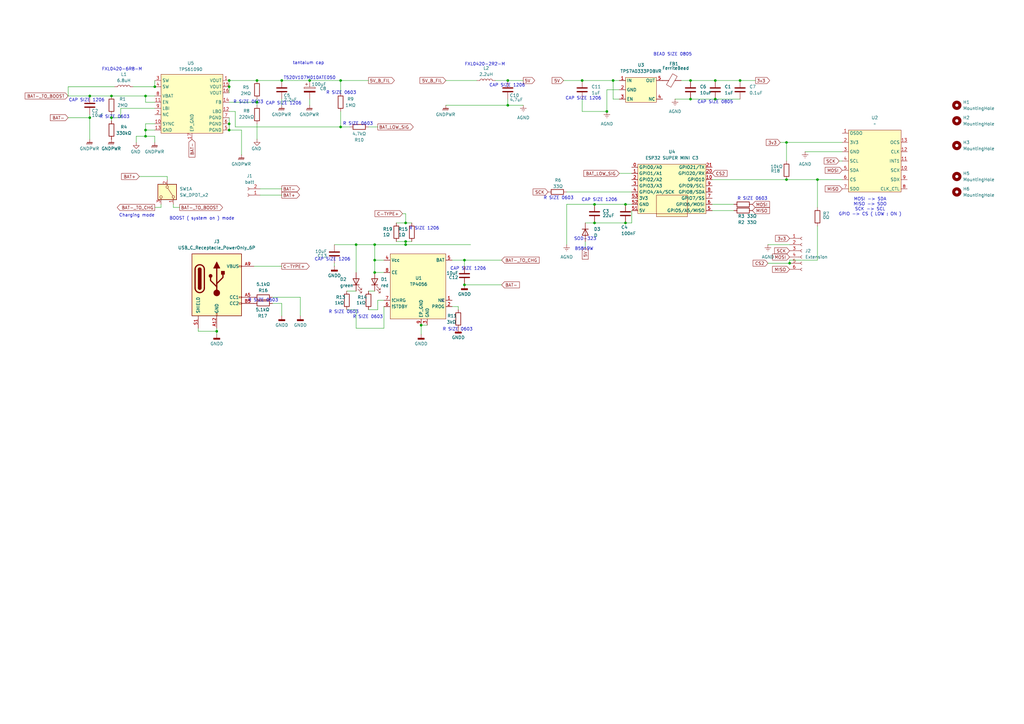
<source format=kicad_sch>
(kicad_sch (version 20250114) (generator "eeschema") (generator_version "9.0")
  (paper "A3")
  (lib_symbols
    (symbol "Connector:Conn_01x02_Socket" (pin_names (offset 1.016) (hide yes))
      (property "Reference" "J" (at 0 2.54 0))
      (property "Value" "Conn_01x02_Socket" (at 0 -5.08 0))
      (symbol "Conn_01x02_Socket_1_1"
        (pin passive line (at -5.08 0 0) (length 3.81) (name "Pin_1") (number "1"))
        (pin passive line (at -5.08 -2.54 0) (length 3.81) (name "Pin_2") (number "2"))
      )
    )
    (symbol "Connector:Conn_01x06_Socket" (pin_names (offset 1.016) (hide yes))
      (property "Reference" "J" (at 0 7.62 0))
      (property "Value" "Conn_01x06_Socket" (at 0 -10.16 0))
      (symbol "Conn_01x06_Socket_1_1"
        (pin passive line (at -5.08 5.08 0) (length 3.81) (name "Pin_1") (number "1"))
        (pin passive line (at -5.08 2.54 0) (length 3.81) (name "Pin_2") (number "2"))
        (pin passive line (at -5.08 0 0) (length 3.81) (name "Pin_3") (number "3"))
        (pin passive line (at -5.08 -2.54 0) (length 3.81) (name "Pin_4") (number "4"))
        (pin passive line (at -5.08 -5.08 0) (length 3.81) (name "Pin_5") (number "5"))
        (pin passive line (at -5.08 -7.62 0) (length 3.81) (name "Pin_6") (number "6"))
      )
    )
    (symbol "Connector:USB_C_Receptacle_PowerOnly_6P" (pin_names (offset 1.016))
      (property "Reference" "J" (at 0 16.51 0))
      (property "Value" "USB_C_Receptacle_PowerOnly_6P" (at 0 13.97 0))
      (symbol "USB_C_Receptacle_PowerOnly_6P_1_1"
        (pin passive line (at -7.62 -17.78 90) (length 5.08) (name "SHIELD") (number "S1"))
        (pin passive line (at 0 -17.78 90) (length 5.08) (name "GND") (number "A12"))
        (pin passive line (at 0 -17.78 90) (length 5.08) (hide yes) (name "GND") (number "B12"))
        (pin passive line (at 15.24 7.62 180) (length 5.08) (name "VBUS") (number "A9"))
        (pin passive line (at 15.24 7.62 180) (length 5.08) (hide yes) (name "VBUS") (number "B9"))
        (pin bidirectional line (at 15.24 -5.08 180) (length 5.08) (name "CC1") (number "A5"))
        (pin bidirectional line (at 15.24 -7.62 180) (length 5.08) (name "CC2") (number "B5"))
      )
    )
    (symbol "Device:C" (pin_numbers (hide yes)) (pin_names (offset 0.254))
      (property "Reference" "C" (at 0.635 2.54 0))
      (property "Value" "C" (at 0.635 -2.54 0))
      (symbol "C_1_1"
        (pin passive line (at 0 3.81 270) (length 2.794) (name "~") (number "1"))
        (pin passive line (at 0 -3.81 90) (length 2.794) (name "~") (number "2"))
      )
    )
    (symbol "Device:C_Polarized" (pin_numbers (hide yes)) (pin_names (offset 0.254))
      (property "Reference" "C" (at 0.635 2.54 0))
      (property "Value" "C_Polarized" (at 0.635 -2.54 0))
      (symbol "C_Polarized_1_1"
        (pin passive line (at 0 3.81 270) (length 2.794) (name "~") (number "1"))
        (pin passive line (at 0 -3.81 90) (length 2.794) (name "~") (number "2"))
      )
    )
    (symbol "Device:D" (pin_numbers (hide yes)) (pin_names (offset 1.016) (hide yes))
      (property "Reference" "D" (at 0 2.54 0))
      (property "Value" "D" (at 0 -2.54 0))
      (symbol "D_1_1"
        (pin passive line (at -3.81 0 0) (length 2.54) (name "K") (number "1"))
        (pin passive line (at 3.81 0 180) (length 2.54) (name "A") (number "2"))
      )
    )
    (symbol "Device:FerriteBead" (pin_numbers (hide yes)) (pin_names (offset 0))
      (property "Reference" "FB" (at -3.81 0.635 90))
      (property "Value" "FerriteBead" (at 3.81 0 90))
      (symbol "FerriteBead_1_1"
        (pin passive line (at 0 3.81 270) (length 2.54) (name "~") (number "1"))
        (pin passive line (at 0 -3.81 90) (length 2.54) (name "~") (number "2"))
      )
    )
    (symbol "Device:L" (pin_numbers (hide yes)) (pin_names (offset 1.016) (hide yes))
      (property "Reference" "L" (at -1.27 0 90))
      (property "Value" "L" (at 1.905 0 90))
      (symbol "L_1_1"
        (pin passive line (at 0 3.81 270) (length 1.27) (name "1") (number "1"))
        (pin passive line (at 0 -3.81 90) (length 1.27) (name "2") (number "2"))
      )
    )
    (symbol "Device:LED" (pin_numbers (hide yes)) (pin_names (offset 1.016) (hide yes))
      (property "Reference" "D" (at 0 2.54 0))
      (property "Value" "LED" (at 0 -2.54 0))
      (symbol "LED_1_1"
        (pin passive line (at -3.81 0 0) (length 2.54) (name "K") (number "1"))
        (pin passive line (at 3.81 0 180) (length 2.54) (name "A") (number "2"))
      )
    )
    (symbol "Device:R" (pin_numbers (hide yes)) (pin_names (offset 0))
      (property "Reference" "R" (at 2.032 0 90))
      (property "Value" "R" (at 0 0 90))
      (symbol "R_1_1"
        (pin passive line (at 0 3.81 270) (length 1.27) (name "~") (number "1"))
        (pin passive line (at 0 -3.81 90) (length 1.27) (name "~") (number "2"))
      )
    )
    (symbol "Mechanical:MountingHole" (pin_names (offset 1.016)) (in_bom no)
      (property "Reference" "H" (at 0 5.08 0))
      (property "Value" "MountingHole" (at 0 3.175 0))
    )
    (symbol "Switch:SW_DPDT_x2" (pin_names (offset 0) (hide yes))
      (property "Reference" "SW" (at 0 5.08 0))
      (property "Value" "SW_DPDT_x2" (at 0 -5.08 0))
      (symbol "SW_DPDT_x2_1_1"
        (pin passive line (at -5.08 0 0) (length 2.54) (name "B") (number "2"))
        (pin passive line (at 5.08 2.54 180) (length 2.54) (name "A") (number "1"))
        (pin passive line (at 5.08 -2.54 180) (length 2.54) (name "C") (number "3"))
      )
      (symbol "SW_DPDT_x2_2_1"
        (pin passive line (at -5.08 0 0) (length 2.54) (name "B") (number "5"))
        (pin passive line (at 5.08 2.54 180) (length 2.54) (name "A") (number "4"))
        (pin passive line (at 5.08 -2.54 180) (length 2.54) (name "C") (number "6"))
      )
    )
    (symbol "power:GND" (power) (pin_numbers (hide yes)) (pin_names (offset 0) (hide yes))
      (property "Value" "GND" (at 0 -3.81 0))
      (symbol "GND_1_1"
        (pin power_in line (at 0 0 270) (length 0) (name "~") (number "1"))
      )
    )
    (symbol "power:GNDD" (power) (pin_numbers (hide yes)) (pin_names (offset 0) (hide yes))
      (property "Value" "GNDD" (at 0 -3.175 0))
      (symbol "GNDD_1_1"
        (pin power_in line (at 0 0 270) (length 0) (name "~") (number "1"))
      )
    )
    (symbol "power:GNDPWR" (power) (pin_numbers (hide yes)) (pin_names (offset 0) (hide yes))
      (property "Value" "GNDPWR" (at 0 -3.302 0))
      (symbol "GNDPWR_1_1"
        (pin power_in line (at 0 0 270) (length 0) (name "~") (number "1"))
      )
    )
    (symbol "power:GNDREF" (power) (pin_numbers (hide yes)) (pin_names (offset 0) (hide yes))
      (property "Value" "GNDREF" (at 0 -3.81 0))
      (symbol "GNDREF_1_1"
        (pin power_in line (at 0 0 270) (length 0) (name "~") (number "1"))
      )
    )
    (symbol "slimess:ESP-32_C3_SUPER_MINI"
      (property "Reference" "U4" (at 0 -27.94 0))
      (property "Value" "~" (at 0 -25.4 0))
      (symbol "ESP-32_C3_SUPER_MINI_1_1"
        (pin input line (at -16.51 -3.81 0) (length 2.54) (name "GPIO5/A5/MISO") (number "5"))
        (pin input line (at -16.51 -6.35 0) (length 2.54) (name "GPIO6/MOSI") (number "6"))
        (pin input line (at -16.51 -8.89 0) (length 2.54) (name "GPIO7/SS") (number "7"))
        (pin input line (at -16.51 -11.43 0) (length 2.54) (name "GPIO8/SDA") (number "8"))
        (pin input line (at -16.51 -13.97 0) (length 2.54) (name "GPIO9/SCL") (number "9"))
        (pin input line (at -16.51 -16.51 0) (length 2.54) (name "GPIO10") (number "10"))
        (pin input line (at -16.51 -19.05 0) (length 2.54) (name "GPIO20/RX") (number "20"))
        (pin input line (at -16.51 -21.59 0) (length 2.54) (name "GPIO21/TX") (number "21"))
        (pin input line (at 16.51 -3.81 180) (length 2.54) (name "5V") (number "51"))
        (pin input line (at 16.51 -6.35 180) (length 2.54) (name "GND") (number "52"))
        (pin input line (at 16.51 -8.89 180) (length 2.54) (name "3V3") (number "53"))
        (pin input line (at 16.51 -11.43 180) (length 2.54) (name "GPIO4/A4/SCK") (number "4"))
        (pin input line (at 16.51 -13.97 180) (length 2.54) (name "GPIO3/A3") (number "3"))
        (pin input line (at 16.51 -16.51 180) (length 2.54) (name "GPIO2/A2") (number "2"))
        (pin input line (at 16.51 -19.05 180) (length 2.54) (name "GPIO1/A1") (number "1"))
        (pin input line (at 16.51 -21.59 180) (length 2.54) (name "GPIO0/A0") (number "0"))
      )
    )
    (symbol "slimess:IMU"
      (property "Reference" "U" (at 0 0 0))
      (symbol "IMU_1_1"
        (pin input line (at -12.7 -2.54 0) (length 2.54) (name "OSDO") (number "1"))
        (pin input line (at -12.7 -6.35 0) (length 2.54) (name "3V3") (number "2"))
        (pin input line (at -12.7 -10.16 0) (length 2.54) (name "GND") (number "3"))
        (pin input line (at -12.7 -13.97 0) (length 2.54) (name "SCL") (number "4"))
        (pin input line (at -12.7 -17.78 0) (length 2.54) (name "SDA") (number "5"))
        (pin input line (at -12.7 -21.59 0) (length 2.54) (name "CS") (number "6"))
        (pin input line (at -12.7 -25.4 0) (length 2.54) (name "SDO") (number "7"))
        (pin input line (at 13.97 -6.35 180) (length 2.54) (name "OCS") (number "13"))
        (pin input line (at 13.97 -10.16 180) (length 2.54) (name "CLK") (number "12"))
        (pin input line (at 13.97 -13.97 180) (length 2.54) (name "INT1") (number "11"))
        (pin input line (at 13.97 -17.78 180) (length 2.54) (name "SCX") (number "10"))
        (pin input line (at 13.97 -21.59 180) (length 2.54) (name "SDX") (number "9"))
        (pin input line (at 13.97 -25.4 180) (length 2.54) (name "CLK_CTL") (number "8"))
      )
    )
    (symbol "slimess:TP4056-42-ESOP8"
      (property "Reference" "U1" (at 0.254 -11.176 0))
      (property "Value" "TP4056" (at 0.254 -13.716 0))
      (symbol "TP4056-42-ESOP8_1_1"
        (pin input line (at -13.97 -3.81 0) (length 2.54) (name "Vcc") (number "4"))
        (pin input line (at -13.97 -8.89 0) (length 2.54) (name "CE") (number "8"))
        (pin input line (at -13.97 -20.32 0) (length 2.54) (name "!CHRG") (number "7"))
        (pin input line (at -13.97 -22.86 0) (length 2.54) (name "!STDBY") (number "6"))
        (pin input line (at 1.27 -30.48 90) (length 2.54) (name "EP_GND") (number "9"))
        (pin input line (at 3.81 -30.48 90) (length 2.54) (name "GND") (number "3"))
        (pin input line (at 13.97 -3.81 180) (length 2.54) (name "BAT") (number "5"))
        (pin input line (at 13.97 -20.32 180) (length 2.54) (name "NC") (number "1"))
        (pin input line (at 13.97 -22.86 180) (length 2.54) (name "PROG") (number "2"))
      )
    )
    (symbol "slimess:TPS61090"
      (property "Reference" "U5" (at -0.508 -9.398 0))
      (property "Value" "TPS61090" (at -0.508 -11.938 0))
      (symbol "TPS61090_1_1"
        (pin input line (at -15.24 -16.51 0) (length 2.54) (name "SW") (number "3"))
        (pin input line (at -15.24 -19.05 0) (length 2.54) (name "SW") (number "4"))
        (pin input line (at -15.24 -22.86 0) (length 2.54) (name "VBAT") (number "8"))
        (pin input line (at -15.24 -25.4 0) (length 2.54) (name "EN") (number "11"))
        (pin input line (at -15.24 -27.94 0) (length 2.54) (name "LBI") (number "9"))
        (pin input line (at -15.24 -30.48 0) (length 2.54) (name "NC") (number "2"))
        (pin input line (at -15.24 -34.29 0) (length 2.54) (name "SYNC") (number "10"))
        (pin input line (at -15.24 -36.83 0) (length 2.54) (name "GND") (number "13"))
        (pin input line (at 0 -40.64 90) (length 2.54) (name "EP_GND") (number "17"))
        (pin input line (at 15.24 -16.51 180) (length 2.54) (name "VOUT") (number "1"))
        (pin input line (at 15.24 -19.05 180) (length 2.54) (name "VOUT") (number "15"))
        (pin input line (at 15.24 -21.59 180) (length 2.54) (name "VOUT") (number "16"))
        (pin input line (at 15.24 -25.4 180) (length 2.54) (name "FB") (number "14"))
        (pin input line (at 15.24 -29.21 180) (length 2.54) (name "LBO") (number "12"))
        (pin input line (at 15.24 -31.75 180) (length 2.54) (name "PGND") (number "7"))
        (pin input line (at 15.24 -34.29 180) (length 2.54) (name "PGND") (number "6"))
        (pin input line (at 15.24 -36.83 180) (length 2.54) (name "PGND") (number "5"))
      )
    )
    (symbol "slimess:TPS7A0333PDBVR"
      (property "Reference" "U" (at 0 0 0))
      (symbol "TPS7A0333PDBVR_1_1"
        (pin input line (at -8.89 -2.54 0) (length 2.54) (name "IN") (number "1"))
        (pin input line (at -8.89 -6.35 0) (length 2.54) (name "GND") (number "2"))
        (pin input line (at -8.89 -10.16 0) (length 2.54) (name "EN") (number "3"))
        (pin input line (at 8.89 -2.54 180) (length 2.54) (name "OUT") (number "5"))
        (pin input line (at 8.89 -10.16 180) (length 2.54) (name "NC") (number "4"))
      )
    )
  )
  (text "R SIZE 0603\n" (at 150.876 130.048 0) (effects (font (size 1.27 1.27))))
  (text "CAP SIZE 1206\n\n" (at 239.268 41.402 0) (effects (font (size 1.27 1.27))))
  (text "R SIZE 1206\n\n\n" (at 173.99 95.758 0) (effects (font (size 1.27 1.27))))
  (text "R SIZE 0603\n" (at 139.954 38.1 0) (effects (font (size 1.27 1.27))))
  (text "BOOST ( system on ) mode\n\n" (at 82.804 90.678 0) (effects (font (size 1.27 1.27))))
  (text "R SIZE 0603\n" (at 229.108 81.28 0) (effects (font (size 1.27 1.27))))
  (text "R SIZE 0603\n" (at 101.854 41.91 0) (effects (font (size 1.27 1.27))))
  (text "CAP SIZE 1206\n\n" (at 116.332 43.434 0) (effects (font (size 1.27 1.27))))
  (text "R SIZE 0603\n" (at 46.99 48.006 0) (effects (font (size 1.27 1.27))))
  (text "CAP SIZE 1206\n\n" (at 136.398 107.442 0) (effects (font (size 1.27 1.27))))
  (text "CAP SIZE 1206\n\n" (at 192.024 111.252 0) (effects (font (size 1.27 1.27))))
  (text "FXL0420-2R2-M" (at 198.882 26.416 0) (effects (font (size 1.27 1.27))))
  (text "CAP SIZE 1206\n\n" (at 245.872 83.058 0) (effects (font (size 1.27 1.27))))
  (text "CAP SIZE 0805\n" (at 293.37 41.91 0) (effects (font (size 1.27 1.27))))
  (text "R SIZE 0603\n" (at 308.61 81.534 0) (effects (font (size 1.27 1.27))))
  (text "CAP SIZE 1206\n\n" (at 208.026 36.068 0) (effects (font (size 1.27 1.27))))
  (text "R SIZE 0603\n" (at 140.97 128.016 0) (effects (font (size 1.27 1.27))))
  (text "tantalum cap \n\n\nT520V107M010ATE050\n" (at 127 28.956 0) (effects (font (size 1.27 1.27))))
  (text "FXL0420-6R8-M\n" (at 50.038 28.448 0) (effects (font (size 1.27 1.27))))
  (text "R SIZE 0603\n" (at 107.95 123.19 0) (effects (font (size 1.27 1.27))))
  (text "SOD-323\n\nB5819W \n" (at 240.03 100.076 0) (effects (font (size 1.27 1.27))))
  (text "R SIZE 0603\n" (at 187.706 135.128 0) (effects (font (size 1.27 1.27))))
  (text "Charging mode\n\n" (at 56.134 89.408 0) (effects (font (size 1.27 1.27))))
  (text "BEAD SIZE 0805\n\n\n" (at 275.844 24.384 0) (effects (font (size 1.27 1.27))))
  (text "CAP SIZE 1206\n\n" (at 35.56 42.164 0) (effects (font (size 1.27 1.27))))
  (text "R SIZE 0603\n" (at 146.812 50.8 0) (effects (font (size 1.27 1.27))))
  (text "MOSI -> SDA\nMISO -> SDO\nSCK -> SCL\nGPIO -> CS ( LOW : ON )\n" (at 356.87 84.836 0) (effects (font (size 1.27 1.27))))
  (junction (at 166.37 100.33))
  (junction (at 153.67 111.76))
  (junction (at 45.72 39.37))
  (junction (at 36.83 48.26))
  (junction (at 248.92 45.72))
  (junction (at 243.84 83.82))
  (junction (at 166.37 99.06))
  (junction (at 93.98 53.34))
  (junction (at 172.72 133.35))
  (junction (at 283.21 40.64))
  (junction (at 190.5 116.84))
  (junction (at 59.69 55.88))
  (junction (at 93.98 33.02))
  (junction (at 238.76 33.02))
  (junction (at 139.7 52.07))
  (junction (at 59.69 53.34))
  (junction (at 146.05 100.33))
  (junction (at 293.37 40.64))
  (junction (at 153.67 100.33))
  (junction (at 251.46 33.02))
  (junction (at 323.85 107.95))
  (junction (at 190.5 106.68))
  (junction (at 115.57 33.02))
  (junction (at 322.58 73.66))
  (junction (at 256.54 91.44))
  (junction (at 303.53 33.02))
  (junction (at 93.98 35.56))
  (junction (at 139.7 33.02))
  (junction (at 208.28 33.02))
  (junction (at 243.84 91.44))
  (junction (at 45.72 48.26))
  (junction (at 322.58 58.42))
  (junction (at 283.21 33.02))
  (junction (at 105.41 33.02))
  (junction (at 153.67 106.68))
  (junction (at 256.54 83.82))
  (junction (at 88.9 135.89))
  (junction (at 335.28 73.66))
  (junction (at 105.41 41.91))
  (junction (at 36.83 39.37))
  (junction (at 127 33.02))
  (junction (at 63.5 35.56))
  (junction (at 59.69 39.37))
  (junction (at 93.98 50.8))
  (junction (at 208.28 43.18))
  (junction (at 166.37 91.44))
  (junction (at 293.37 33.02))
  (no_connect (at 181.61 123.19))
  (wire (pts (xy 105.41 40.64) (xy 105.41 41.91)))
  (wire (pts (xy 205.74 116.84) (xy 190.5 116.84)))
  (wire (pts (xy 292.1 83.82) (xy 300.99 83.82)))
  (wire (pts (xy 322.58 73.66) (xy 335.28 73.66)))
  (wire (pts (xy 59.69 55.88) (xy 63.5 55.88)))
  (wire (pts (xy 314.96 100.33) (xy 323.85 100.33)))
  (wire (pts (xy 279.4 33.02) (xy 283.21 33.02)))
  (wire (pts (xy 153.67 106.68) (xy 153.67 100.33)))
  (wire (pts (xy 93.98 50.8) (xy 93.98 53.34)))
  (wire (pts (xy 322.58 58.42) (xy 345.44 58.42)))
  (wire (pts (xy 344.17 66.04) (xy 345.44 66.04)))
  (wire (pts (xy 142.24 119.38) (xy 146.05 119.38)))
  (wire (pts (xy 45.72 48.26) (xy 45.72 49.53)))
  (wire (pts (xy 71.12 85.09) (xy 71.12 83.82)))
  (wire (pts (xy 96.52 52.07) (xy 139.7 52.07)))
  (wire (pts (xy 88.9 137.16) (xy 88.9 135.89)))
  (wire (pts (xy 36.83 46.99) (xy 36.83 48.26)))
  (wire (pts (xy 182.88 43.18) (xy 208.28 43.18)))
  (wire (pts (xy 93.98 45.72) (xy 96.52 45.72)))
  (wire (pts (xy 151.13 127) (xy 154.94 127)))
  (wire (pts (xy 157.48 111.76) (xy 153.67 111.76)))
  (wire (pts (xy 165.1 87.63) (xy 166.37 87.63)))
  (wire (pts (xy 63.5 33.02) (xy 63.5 35.56)))
  (wire (pts (xy 259.08 91.44) (xy 259.08 86.36)))
  (wire (pts (xy 232.41 78.74) (xy 259.08 78.74)))
  (wire (pts (xy 335.28 73.66) (xy 345.44 73.66)))
  (wire (pts (xy 232.41 83.82) (xy 243.84 83.82)))
  (wire (pts (xy 59.69 41.91) (xy 59.69 39.37)))
  (wire (pts (xy 251.46 33.02) (xy 251.46 40.64)))
  (wire (pts (xy 238.76 45.72) (xy 248.92 45.72)))
  (wire (pts (xy 208.28 40.64) (xy 208.28 43.18)))
  (wire (pts (xy 36.83 48.26) (xy 36.83 57.15)))
  (wire (pts (xy 153.67 100.33) (xy 166.37 100.33)))
  (wire (pts (xy 283.21 40.64) (xy 293.37 40.64)))
  (wire (pts (xy 203.2 33.02) (xy 208.28 33.02)))
  (wire (pts (xy 151.13 119.38) (xy 153.67 119.38)))
  (wire (pts (xy 293.37 33.02) (xy 303.53 33.02)))
  (wire (pts (xy 93.98 33.02) (xy 105.41 33.02)))
  (wire (pts (xy 314.96 107.95) (xy 323.85 107.95)))
  (wire (pts (xy 57.15 72.39) (xy 68.58 72.39)))
  (wire (pts (xy 248.92 36.83) (xy 254 36.83)))
  (wire (pts (xy 248.92 45.72) (xy 248.92 36.83)))
  (wire (pts (xy 166.37 100.33) (xy 193.04 100.33)))
  (wire (pts (xy 276.86 40.64) (xy 283.21 40.64)))
  (wire (pts (xy 139.7 45.72) (xy 139.7 52.07)))
  (wire (pts (xy 111.76 124.46) (xy 115.57 124.46)))
  (wire (pts (xy 93.98 53.34) (xy 99.06 53.34)))
  (wire (pts (xy 111.76 121.92) (xy 123.19 121.92)))
  (wire (pts (xy 146.05 100.33) (xy 153.67 100.33)))
  (wire (pts (xy 59.69 39.37) (xy 63.5 39.37)))
  (wire (pts (xy 168.91 99.06) (xy 166.37 99.06)))
  (wire (pts (xy 27.94 39.37) (xy 36.83 39.37)))
  (wire (pts (xy 115.57 124.46) (xy 115.57 129.54)))
  (wire (pts (xy 335.28 73.66) (xy 335.28 85.09)))
  (wire (pts (xy 151.13 52.07) (xy 154.94 52.07)))
  (wire (pts (xy 105.41 33.02) (xy 115.57 33.02)))
  (wire (pts (xy 127 33.02) (xy 139.7 33.02)))
  (wire (pts (xy 154.94 123.19) (xy 157.48 123.19)))
  (wire (pts (xy 63.5 41.91) (xy 59.69 41.91)))
  (wire (pts (xy 208.28 33.02) (xy 214.63 33.02)))
  (wire (pts (xy 243.84 91.44) (xy 256.54 91.44)))
  (wire (pts (xy 146.05 100.33) (xy 146.05 111.76)))
  (wire (pts (xy 137.16 109.22) (xy 137.16 107.95)))
  (wire (pts (xy 146.05 127) (xy 146.05 134.62)))
  (wire (pts (xy 240.03 91.44) (xy 243.84 91.44)))
  (wire (pts (xy 139.7 33.02) (xy 151.13 33.02)))
  (wire (pts (xy 187.96 127) (xy 187.96 125.73)))
  (wire (pts (xy 187.96 125.73) (xy 185.42 125.73)))
  (wire (pts (xy 303.53 33.02) (xy 309.88 33.02)))
  (wire (pts (xy 231.14 33.02) (xy 238.76 33.02)))
  (wire (pts (xy 335.28 106.68) (xy 323.85 106.68)))
  (wire (pts (xy 323.85 106.68) (xy 323.85 107.95)))
  (wire (pts (xy 256.54 83.82) (xy 259.08 83.82)))
  (wire (pts (xy 27.94 35.56) (xy 27.94 39.37)))
  (wire (pts (xy 81.28 134.62) (xy 81.28 135.89)))
  (wire (pts (xy 81.28 135.89) (xy 88.9 135.89)))
  (wire (pts (xy 335.28 92.71) (xy 335.28 106.68)))
  (wire (pts (xy 54.61 35.56) (xy 63.5 35.56)))
  (wire (pts (xy 63.5 50.8) (xy 59.69 50.8)))
  (wire (pts (xy 185.42 106.68) (xy 190.5 106.68)))
  (wire (pts (xy 59.69 50.8) (xy 59.69 53.34)))
  (wire (pts (xy 36.83 39.37) (xy 45.72 39.37)))
  (wire (pts (xy 63.5 85.09) (xy 66.04 85.09)))
  (wire (pts (xy 93.98 41.91) (xy 105.41 41.91)))
  (wire (pts (xy 162.56 91.44) (xy 166.37 91.44)))
  (wire (pts (xy 292.1 73.66) (xy 322.58 73.66)))
  (wire (pts (xy 123.19 121.92) (xy 123.19 129.54)))
  (wire (pts (xy 166.37 87.63) (xy 166.37 91.44)))
  (wire (pts (xy 55.88 58.42) (xy 55.88 55.88)))
  (wire (pts (xy 243.84 83.82) (xy 256.54 83.82)))
  (wire (pts (xy 254 33.02) (xy 251.46 33.02)))
  (wire (pts (xy 27.94 48.26) (xy 36.83 48.26)))
  (wire (pts (xy 153.67 111.76) (xy 153.67 106.68)))
  (wire (pts (xy 45.72 39.37) (xy 59.69 39.37)))
  (wire (pts (xy 115.57 43.18) (xy 115.57 40.64)))
  (wire (pts (xy 115.57 109.22) (xy 104.14 109.22)))
  (wire (pts (xy 139.7 52.07) (xy 143.51 52.07)))
  (wire (pts (xy 63.5 55.88) (xy 63.5 58.42)))
  (wire (pts (xy 283.21 33.02) (xy 293.37 33.02)))
  (wire (pts (xy 190.5 106.68) (xy 205.74 106.68)))
  (wire (pts (xy 157.48 134.62) (xy 157.48 125.73)))
  (wire (pts (xy 45.72 48.26) (xy 45.72 46.99)))
  (wire (pts (xy 240.03 101.6) (xy 240.03 99.06)))
  (wire (pts (xy 232.41 100.33) (xy 232.41 83.82)))
  (wire (pts (xy 115.57 77.47) (xy 106.68 77.47)))
  (wire (pts (xy 99.06 63.5) (xy 99.06 53.34)))
  (wire (pts (xy 208.28 43.18) (xy 214.63 43.18)))
  (wire (pts (xy 63.5 44.45) (xy 49.53 44.45)))
  (wire (pts (xy 251.46 40.64) (xy 254 40.64)))
  (wire (pts (xy 292.1 86.36) (xy 300.99 86.36)))
  (wire (pts (xy 166.37 99.06) (xy 166.37 100.33)))
  (wire (pts (xy 49.53 44.45) (xy 49.53 48.26)))
  (wire (pts (xy 93.98 35.56) (xy 93.98 38.1)))
  (wire (pts (xy 96.52 45.72) (xy 96.52 52.07)))
  (wire (pts (xy 137.16 100.33) (xy 146.05 100.33)))
  (wire (pts (xy 105.41 50.8) (xy 105.41 57.15)))
  (wire (pts (xy 73.66 85.09) (xy 71.12 85.09)))
  (wire (pts (xy 63.5 53.34) (xy 59.69 53.34)))
  (wire (pts (xy 49.53 48.26) (xy 45.72 48.26)))
  (wire (pts (xy 256.54 91.44) (xy 259.08 91.44)))
  (wire (pts (xy 320.04 58.42) (xy 322.58 58.42)))
  (wire (pts (xy 293.37 40.64) (xy 303.53 40.64)))
  (wire (pts (xy 254 71.12) (xy 259.08 71.12)))
  (wire (pts (xy 168.91 91.44) (xy 166.37 91.44)))
  (wire (pts (xy 115.57 80.01) (xy 106.68 80.01)))
  (wire (pts (xy 66.04 85.09) (xy 66.04 83.82)))
  (wire (pts (xy 68.58 72.39) (xy 68.58 73.66)))
  (wire (pts (xy 139.7 33.02) (xy 139.7 38.1)))
  (wire (pts (xy 146.05 134.62) (xy 157.48 134.62)))
  (wire (pts (xy 142.24 127) (xy 146.05 127)))
  (wire (pts (xy 59.69 53.34) (xy 59.69 55.88)))
  (wire (pts (xy 238.76 33.02) (xy 251.46 33.02)))
  (wire (pts (xy 46.99 35.56) (xy 27.94 35.56)))
  (wire (pts (xy 105.41 41.91) (xy 105.41 43.18)))
  (wire (pts (xy 190.5 109.22) (xy 190.5 106.68)))
  (wire (pts (xy 93.98 48.26) (xy 93.98 50.8)))
  (wire (pts (xy 330.2 62.23) (xy 345.44 62.23)))
  (wire (pts (xy 88.9 135.89) (xy 88.9 134.62)))
  (wire (pts (xy 115.57 33.02) (xy 127 33.02)))
  (wire (pts (xy 154.94 127) (xy 154.94 123.19)))
  (wire (pts (xy 157.48 106.68) (xy 153.67 106.68)))
  (wire (pts (xy 182.88 33.02) (xy 195.58 33.02)))
  (wire (pts (xy 322.58 58.42) (xy 322.58 66.04)))
  (wire (pts (xy 127 43.18) (xy 127 40.64)))
  (wire (pts (xy 238.76 40.64) (xy 238.76 45.72)))
  (wire (pts (xy 162.56 99.06) (xy 166.37 99.06)))
  (wire (pts (xy 55.88 55.88) (xy 59.69 55.88)))
  (wire (pts (xy 93.98 33.02) (xy 93.98 35.56)))
  (wire (pts (xy 172.72 133.35) (xy 175.26 133.35)))
  (wire (pts (xy 172.72 137.16) (xy 172.72 133.35)))
  (global_label "BAT-" (shape input) (at 78.74 57.15 270) (property "Intersheetrefs" "${INTERSHEET_REFS}" (effects (hide yes))))
  (global_label "C-TYPE+" (shape output) (at 115.57 109.22 0) (property "Intersheetrefs" "${INTERSHEET_REFS}" (effects (hide yes))))
  (global_label "MOSI" (shape input) (at 308.61 83.82 0) (property "Intersheetrefs" "${INTERSHEET_REFS}" (effects (hide yes))))
  (global_label "BAT-" (shape input) (at 205.74 116.84 0) (property "Intersheetrefs" "${INTERSHEET_REFS}" (effects (hide yes))))
  (global_label "BAT-" (shape input) (at 27.94 48.26 180) (property "Intersheetrefs" "${INTERSHEET_REFS}" (effects (hide yes))))
  (global_label "MISO" (shape input) (at 345.44 77.47 180) (property "Intersheetrefs" "${INTERSHEET_REFS}" (effects (hide yes))))
  (global_label "CS2" (shape input) (at 292.1 71.12 0) (property "Intersheetrefs" "${INTERSHEET_REFS}" (effects (hide yes))))
  (global_label "MISO" (shape input) (at 323.85 110.49 180) (property "Intersheetrefs" "${INTERSHEET_REFS}" (effects (hide yes))))
  (global_label "BAT_LOW_SIG" (shape output) (at 154.94 52.07 0) (property "Intersheetrefs" "${INTERSHEET_REFS}" (effects (hide yes))))
  (global_label "BAT-_TO_CHG" (shape output) (at 63.5 85.09 180) (property "Intersheetrefs" "${INTERSHEET_REFS}" (effects (hide yes))))
  (global_label "BAT-_TO_BOOST" (shape output) (at 73.66 85.09 0) (property "Intersheetrefs" "${INTERSHEET_REFS}" (effects (hide yes))))
  (global_label "5V" (shape input) (at 231.14 33.02 180) (property "Intersheetrefs" "${INTERSHEET_REFS}" (effects (hide yes))))
  (global_label "3v3" (shape input) (at 320.04 58.42 180) (property "Intersheetrefs" "${INTERSHEET_REFS}" (effects (hide yes))))
  (global_label "CS2" (shape input) (at 314.96 107.95 180) (property "Intersheetrefs" "${INTERSHEET_REFS}" (effects (hide yes))))
  (global_label "5V_B_FIL" (shape output) (at 151.13 33.02 0) (property "Intersheetrefs" "${INTERSHEET_REFS}" (effects (hide yes))))
  (global_label "BAT+" (shape input) (at 57.15 72.39 180) (property "Intersheetrefs" "${INTERSHEET_REFS}" (effects (hide yes))))
  (global_label "SCK" (shape input) (at 224.79 78.74 180) (property "Intersheetrefs" "${INTERSHEET_REFS}" (effects (hide yes))))
  (global_label "C-TYPE+" (shape input) (at 165.1 87.63 180) (property "Intersheetrefs" "${INTERSHEET_REFS}" (effects (hide yes))))
  (global_label "3v3" (shape output) (at 309.88 33.02 0) (property "Intersheetrefs" "${INTERSHEET_REFS}" (effects (hide yes))))
  (global_label "3v3" (shape input) (at 323.85 97.79 180) (property "Intersheetrefs" "${INTERSHEET_REFS}" (effects (hide yes))))
  (global_label "SCK" (shape input) (at 323.85 102.87 180) (property "Intersheetrefs" "${INTERSHEET_REFS}" (effects (hide yes))))
  (global_label "MOSI" (shape input) (at 345.44 69.85 180) (property "Intersheetrefs" "${INTERSHEET_REFS}" (effects (hide yes))))
  (global_label "SCK" (shape input) (at 344.17 66.04 180) (property "Intersheetrefs" "${INTERSHEET_REFS}" (effects (hide yes))))
  (global_label "BAT-" (shape output) (at 115.57 77.47 0) (property "Intersheetrefs" "${INTERSHEET_REFS}" (effects (hide yes))))
  (global_label "BAT_LOW_SIG" (shape input) (at 254 71.12 180) (property "Intersheetrefs" "${INTERSHEET_REFS}" (effects (hide yes))))
  (global_label "MISO" (shape input) (at 308.61 86.36 0) (property "Intersheetrefs" "${INTERSHEET_REFS}" (effects (hide yes))))
  (global_label "BAT+" (shape output) (at 115.57 80.01 0) (property "Intersheetrefs" "${INTERSHEET_REFS}" (effects (hide yes))))
  (global_label "5V_B_FIL" (shape input) (at 182.88 33.02 180) (property "Intersheetrefs" "${INTERSHEET_REFS}" (effects (hide yes))))
  (global_label "MOSI" (shape input) (at 323.85 105.41 180) (property "Intersheetrefs" "${INTERSHEET_REFS}" (effects (hide yes))))
  (global_label "BAT-_TO_CHG" (shape input) (at 205.74 106.68 0) (property "Intersheetrefs" "${INTERSHEET_REFS}" (effects (hide yes))))
  (global_label "5V" (shape output) (at 214.63 33.02 0) (property "Intersheetrefs" "${INTERSHEET_REFS}" (effects (hide yes))))
  (global_label "5V" (shape input) (at 240.03 101.6 270) (property "Intersheetrefs" "${INTERSHEET_REFS}" (effects (hide yes))))
  (global_label "BAT-_TO_BOOST" (shape input) (at 27.94 39.37 180) (property "Intersheetrefs" "${INTERSHEET_REFS}" (effects (hide yes))))
  (symbol (lib_id "Device:R") (at 335.28 88.9 180) (unit 1)
    (property "Reference" "R7" (at 338.836 87.63 0))
    (property "Value" "0Ω" (at 338.836 89.154 0))
    (property "Footprint" "Resistor_SMD:R_0603_1608Metric" (effects (hide yes)))
    (property "Description" "Resistor" (effects (hide yes)))
  )
  (symbol (lib_id "Device:L") (at 199.39 33.02 90) (unit 1)
    (property "Reference" "L2" (at 199.39 27.94 90))
    (property "Value" "2.2uH" (at 199.39 30.48 90))
    (property "Footprint" "slime:FXL0420" (effects (hide yes)))
    (property "Description" "Inductor" (effects (hide yes)))
  )
  (symbol (lib_id "Mechanical:MountingHole") (at 392.43 59.69 0) (unit 1) (in_bom no)
    (property "Reference" "H3" (at 394.97 58.4199 0) (effects (justify left)))
    (property "Value" "MountingHole" (at 394.97 60.9599 0) (effects (justify left)))
    (property "Footprint" "MountingHole:ToolingHole_1.152mm" (effects (hide yes)))
    (property "Description" "Mounting Hole without connection" (effects (hide yes)))
  )
  (symbol (lib_id "power:GNDREF") (at 276.86 40.64 0) (unit 1)
    (property "Reference" "#PWR05" (effects (hide yes)))
    (property "Value" "AGND" (at 276.86 45.72 0))
    (property "Description" "Power symbol creates a global label with name \"GNDREF\" , reference supply ground" (effects (hide yes)))
  )
  (symbol (lib_id "power:GNDPWR") (at 63.5 58.42 0) (unit 1)
    (property "Reference" "#PWR02" (effects (hide yes)))
    (property "Value" "GNDPWR" (at 63.373 62.23 0))
    (property "Description" "Power symbol creates a global label with name \"GNDPWR\" , global ground" (effects (hide yes)))
  )
  (symbol (lib_id "Device:C") (at 115.57 36.83 180) (unit 1)
    (property "Reference" "C5" (at 116.332 39.116 0) (effects (justify right)))
    (property "Value" "2.2uF" (at 116.332 40.894 0) (effects (justify right)))
    (property "Footprint" "Capacitor_SMD:C_1206_3216Metric" (effects (hide yes)))
    (property "Description" "Unpolarized capacitor" (effects (hide yes)))
  )
  (symbol (lib_id "Switch:SW_DPDT_x2") (at 68.58 78.74 270) (unit 1) (in_bom no)
    (property "Reference" "SW1" (at 73.66 77.4699 90) (effects (justify left)))
    (property "Value" "SW_DPDT_x2" (at 73.66 80.0099 90) (effects (justify left)))
    (property "Footprint" "Button_Switch_THT:SW_Slide_SPDT_Angled_CK_OS102011MA1Q" (effects (hide yes)))
    (property "Description" "Switch, dual pole double throw, separate symbols" (effects (hide yes)))
  )
  (symbol (lib_id "Device:D") (at 240.03 95.25 270) (unit 1)
    (property "Reference" "D3" (at 243.586 93.98 90) (effects (justify left)))
    (property "Value" "D" (at 243.586 96.52 90) (effects (justify left)))
    (property "Footprint" "Diode_SMD:D_SOD-123" (effects (hide yes)))
    (property "Description" "Diode" (effects (hide yes)))
    (property "Sim.Device" "D" (effects (hide yes)))
    (property "Sim.Pins" "1=K 2=A" (effects (hide yes)))
  )
  (symbol (lib_id "Device:L") (at 50.8 35.56 90) (unit 1)
    (property "Reference" "L1" (at 50.8 30.48 90))
    (property "Value" "6.8uH" (at 50.8 33.02 90))
    (property "Footprint" "slime:FXL0420" (effects (hide yes)))
    (property "Description" "Inductor" (effects (hide yes)))
  )
  (symbol (lib_id "Device:C_Polarized") (at 127 36.83 0) (unit 1)
    (property "Reference" "C8" (at 133.858 36.322 0) (effects (justify right)))
    (property "Value" "100uF" (at 133.858 34.544 0) (effects (justify right)))
    (property "Footprint" "Capacitor_Tantalum_SMD:CP_EIA-7343-20_Kemet-V" (effects (hide yes)))
    (property "Description" "Polarized capacitor" (effects (hide yes)))
  )
  (symbol (lib_id "Device:FerriteBead") (at 275.59 33.02 90) (unit 1)
    (property "Reference" "FB1" (at 276.352 26.162 90))
    (property "Value" "FerriteBead" (at 277.114 27.94 90))
    (property "Footprint" "Resistor_SMD:R_0805_2012Metric" (effects (hide yes)))
    (property "Description" "Ferrite bead" (effects (hide yes)))
  )
  (symbol (lib_id "power:GNDD") (at 187.96 134.62 0) (unit 1)
    (property "Reference" "#PWR018" (effects (hide yes)))
    (property "Value" "GNDD" (at 187.96 138.43 0))
    (property "Description" "Power symbol creates a global label with name \"GNDD\" , digital ground" (effects (hide yes)))
  )
  (symbol (lib_id "power:GNDD") (at 137.16 109.22 0) (unit 1)
    (property "Reference" "#PWR019" (effects (hide yes)))
    (property "Value" "GNDD" (at 137.16 113.03 0))
    (property "Description" "Power symbol creates a global label with name \"GNDD\" , digital ground" (effects (hide yes)))
  )
  (symbol (lib_id "power:GNDPWR") (at 36.83 57.15 0) (unit 1)
    (property "Reference" "#PWR08" (effects (hide yes)))
    (property "Value" "GNDPWR" (at 36.703 60.96 0))
    (property "Description" "Power symbol creates a global label with name \"GNDPWR\" , global ground" (effects (hide yes)))
  )
  (symbol (lib_id "Device:C") (at 238.76 36.83 0) (unit 1)
    (property "Reference" "C11" (at 242.57 35.5599 0) (effects (justify left)))
    (property "Value" "1uF" (at 242.57 38.0999 0) (effects (justify left)))
    (property "Footprint" "Capacitor_SMD:C_1206_3216Metric" (effects (hide yes)))
    (property "Description" "Unpolarized capacitor" (effects (hide yes)))
  )
  (symbol (lib_id "power:GND") (at 55.88 58.42 0) (unit 1)
    (property "Reference" "#PWR012" (effects (hide yes)))
    (property "Value" "GND" (at 55.626 62.23 0))
    (property "Description" "Power symbol creates a global label with name \"GND\" , ground" (effects (hide yes)))
  )
  (symbol (lib_id "Device:R") (at 105.41 46.99 0) (unit 1)
    (property "Reference" "R8" (at 101.092 45.466 0))
    (property "Value" "220kΩ" (at 101.092 48.006 0))
    (property "Footprint" "Resistor_SMD:R_0603_1608Metric" (effects (hide yes)))
    (property "Description" "Resistor" (effects (hide yes)))
  )
  (symbol (lib_id "power:GNDPWR") (at 182.88 43.18 0) (unit 1)
    (property "Reference" "#PWR014" (effects (hide yes)))
    (property "Value" "GNDPWR" (at 182.753 46.99 0))
    (property "Description" "Power symbol creates a global label with name \"GNDPWR\" , global ground" (effects (hide yes)))
  )
  (symbol (lib_id "Device:R") (at 162.56 95.25 0) (unit 1)
    (property "Reference" "R19" (at 159.004 93.98 0))
    (property "Value" "1Ω" (at 158.496 96.266 0))
    (property "Footprint" "Resistor_SMD:R_1206_3216Metric" (effects (hide yes)))
    (property "Description" "Resistor" (effects (hide yes)))
  )
  (symbol (lib_id "power:GND") (at 105.41 57.15 0) (unit 1)
    (property "Reference" "#PWR09" (effects (hide yes)))
    (property "Value" "GND" (at 105.156 60.96 0))
    (property "Description" "Power symbol creates a global label with name \"GND\" , ground" (effects (hide yes)))
  )
  (symbol (lib_id "power:GNDPWR") (at 127 43.18 0) (unit 1)
    (property "Reference" "#PWR011" (effects (hide yes)))
    (property "Value" "GNDPWR" (at 126.873 46.99 0))
    (property "Description" "Power symbol creates a global label with name \"GNDPWR\" , global ground" (effects (hide yes)))
  )
  (symbol (lib_id "Device:R") (at 139.7 41.91 0) (unit 1)
    (property "Reference" "R9" (at 143.764 40.64 0))
    (property "Value" "1MΩ" (at 143.764 43.18 0))
    (property "Footprint" "Resistor_SMD:R_0603_1608Metric" (effects (hide yes)))
    (property "Description" "Resistor" (effects (hide yes)))
  )
  (symbol (lib_id "Device:C") (at 256.54 87.63 180) (unit 1)
    (property "Reference" "C4" (at 254.762 93.218 0) (effects (justify right)))
    (property "Value" "100nF" (at 254.762 95.758 0) (effects (justify right)))
    (property "Footprint" "Capacitor_SMD:C_1206_3216Metric" (effects (hide yes)))
    (property "Description" "Unpolarized capacitor" (effects (hide yes)))
  )
  (symbol (lib_id "power:GNDREF") (at 214.63 43.18 0) (unit 1)
    (property "Reference" "#PWR015" (effects (hide yes)))
    (property "Value" "AGND" (at 214.63 48.26 0))
    (property "Description" "Power symbol creates a global label with name \"GNDREF\" , reference supply ground" (effects (hide yes)))
  )
  (symbol (lib_id "Device:R") (at 304.8 83.82 90) (unit 1)
    (property "Reference" "R3" (at 304.038 88.646 90))
    (property "Value" "33Ω" (at 308.356 88.646 90))
    (property "Footprint" "Resistor_SMD:R_0603_1608Metric" (effects (hide yes)))
    (property "Description" "Resistor" (effects (hide yes)))
  )
  (symbol (lib_id "Device:R") (at 105.41 36.83 0) (unit 1)
    (property "Reference" "R5" (at 100.838 35.814 0))
    (property "Value" "2MΩ" (at 100.838 38.354 0))
    (property "Footprint" "Resistor_SMD:R_0603_1608Metric" (effects (hide yes)))
    (property "Description" "Resistor" (effects (hide yes)))
  )
  (symbol (lib_id "Device:R") (at 147.32 52.07 90) (unit 1)
    (property "Reference" "R10" (at 147.32 57.404 90))
    (property "Value" "4.7kΩ" (at 147.32 54.864 90))
    (property "Footprint" "Resistor_SMD:R_0603_1608Metric" (effects (hide yes)))
    (property "Description" "Resistor" (effects (hide yes)))
  )
  (symbol (lib_id "slimess:TP4056-42-ESOP8") (at 171.45 102.87 0) (unit 1)
    (property "Reference" "U1" (at 171.704 114.046 0))
    (property "Value" "TP4056" (at 171.704 116.586 0))
    (property "Footprint" "slime:TP4056_ESOP8" (effects (hide yes)))
  )
  (symbol (lib_id "Device:C") (at 283.21 36.83 0) (unit 1)
    (property "Reference" "C6" (at 287.02 35.5599 0) (effects (justify left)))
    (property "Value" "10uF" (at 287.02 38.0999 0) (effects (justify left)))
    (property "Footprint" "Capacitor_SMD:C_0805_2012Metric" (effects (hide yes)))
    (property "Description" "Unpolarized capacitor" (effects (hide yes)))
  )
  (symbol (lib_id "Connector:USB_C_Receptacle_PowerOnly_6P") (at 88.9 116.84 0) (unit 1)
    (property "Reference" "J3" (at 88.9 99.06 0))
    (property "Value" "USB_C_Receptacle_PowerOnly_6P" (at 88.9 101.6 0))
    (property "Footprint" "Connector_USB:USB_C_Receptacle_GCT_USB4135-GF-A_6P_TopMnt_Horizontal" (effects (hide yes)))
    (property "Datasheet" "https://www.usb.org/sites/default/files/documents/usb_type-c.zip" (effects (hide yes)))
    (property "Description" "USB Power-Only 6P Type-C Receptacle connector" (effects (hide yes)))
  )
  (symbol (lib_id "Device:R") (at 168.91 95.25 0) (unit 1)
    (property "Reference" "R15" (at 165.354 93.98 0))
    (property "Value" "1Ω" (at 164.846 96.266 0))
    (property "Footprint" "Resistor_SMD:R_1206_3216Metric" (effects (hide yes)))
    (property "Description" "Resistor" (effects (hide yes)))
  )
  (symbol (lib_id "Device:R") (at 142.24 123.19 0) (unit 1)
    (property "Reference" "R13" (at 139.7 121.92 0))
    (property "Value" "1kΩ" (at 139.192 124.206 0))
    (property "Footprint" "Resistor_SMD:R_0603_1608Metric" (effects (hide yes)))
    (property "Description" "Resistor" (effects (hide yes)))
  )
  (symbol (lib_id "Connector:Conn_01x02_Socket") (at 101.6 80.01 180) (unit 1) (in_bom no)
    (property "Reference" "J1" (at 102.362 72.136 0))
    (property "Value" "batt" (at 102.362 74.676 0))
    (property "Footprint" "Connector_JST:JST_PH_S2B-PH-K_1x02_P2.00mm_Horizontal" (effects (hide yes)))
    (property "Description" "Generic connector, single row, 01x02, script generated" (effects (hide yes)))
  )
  (symbol (lib_id "Device:R") (at 304.8 86.36 90) (unit 1)
    (property "Reference" "R2" (at 304.038 91.186 90))
    (property "Value" "33Ω" (at 308.356 91.186 90))
    (property "Footprint" "Resistor_SMD:R_0603_1608Metric" (effects (hide yes)))
    (property "Description" "Resistor" (effects (hide yes)))
  )
  (symbol (lib_id "Device:R") (at 187.96 130.81 0) (unit 1)
    (property "Reference" "R11" (at 185.42 129.54 0))
    (property "Value" "3kΩ" (at 185.166 132.08 0))
    (property "Footprint" "Resistor_SMD:R_0603_1608Metric" (effects (hide yes)))
    (property "Description" "Resistor" (effects (hide yes)))
  )
  (symbol (lib_id "power:GNDD") (at 172.72 137.16 0) (unit 1)
    (property "Reference" "#PWR017" (effects (hide yes)))
    (property "Value" "GNDD" (at 172.72 140.97 0))
    (property "Description" "Power symbol creates a global label with name \"GNDD\" , digital ground" (effects (hide yes)))
  )
  (symbol (lib_id "power:GNDD") (at 115.57 129.54 0) (unit 1)
    (property "Reference" "#PWR022" (effects (hide yes)))
    (property "Value" "GNDD" (at 115.57 133.35 0))
    (property "Description" "Power symbol creates a global label with name \"GNDD\" , digital ground" (effects (hide yes)))
  )
  (symbol (lib_id "Device:R") (at 228.6 78.74 90) (unit 1)
    (property "Reference" "R6" (at 228.854 73.914 90))
    (property "Value" "33Ω" (at 228.854 76.454 90))
    (property "Footprint" "Resistor_SMD:R_0603_1608Metric" (effects (hide yes)))
    (property "Description" "Resistor" (effects (hide yes)))
  )
  (symbol (lib_id "Device:C") (at 208.28 36.83 180) (unit 1)
    (property "Reference" "C10" (at 209.042 39.116 0) (effects (justify right)))
    (property "Value" "4.7uF" (at 209.042 40.894 0) (effects (justify right)))
    (property "Footprint" "Capacitor_SMD:C_1206_3216Metric" (effects (hide yes)))
    (property "Description" "Unpolarized capacitor" (effects (hide yes)))
  )
  (symbol (lib_id "Device:LED") (at 146.05 115.57 90) (unit 1)
    (property "Reference" "D2" (at 139.446 114.554 90) (effects (justify right)))
    (property "Value" "green" (at 139.446 117.094 90) (effects (justify right)))
    (property "Footprint" "LED_SMD:LED_0805_2012Metric" (effects (hide yes)))
    (property "Description" "Light emitting diode" (effects (hide yes)))
    (property "Sim.Pins" "1=K 2=A" (effects (hide yes)))
  )
  (symbol (lib_id "Device:R") (at 45.72 53.34 0) (unit 1)
    (property "Reference" "R4" (at 50.8 52.07 0))
    (property "Value" "330kΩ" (at 50.8 54.61 0))
    (property "Footprint" "Resistor_SMD:R_0603_1608Metric" (effects (hide yes)))
    (property "Description" "Resistor" (effects (hide yes)))
  )
  (symbol (lib_id "power:GNDREF") (at 232.41 100.33 0) (unit 1)
    (property "Reference" "#PWR01" (effects (hide yes)))
    (property "Value" "AGND" (at 232.41 105.41 0))
    (property "Description" "Power symbol creates a global label with name \"GNDREF\" , reference supply ground" (effects (hide yes)))
  )
  (symbol (lib_id "power:GNDD") (at 88.9 137.16 0) (unit 1)
    (property "Reference" "#PWR021" (effects (hide yes)))
    (property "Value" "GNDD" (at 88.9 140.97 0))
    (property "Description" "Power symbol creates a global label with name \"GNDD\" , digital ground" (effects (hide yes)))
  )
  (symbol (lib_id "slimess:ESP-32_C3_SUPER_MINI") (at 275.59 90.17 180) (unit 1) (in_bom no)
    (property "Reference" "U4" (at 275.59 62.23 0))
    (property "Value" "ESP32 SUPER MINI C3" (at 275.59 64.77 0))
    (property "Footprint" "slime:esp32" (effects (hide yes)))
  )
  (symbol (lib_id "power:GNDPWR") (at 45.72 57.15 0) (unit 1)
    (property "Reference" "#PWR07" (effects (hide yes)))
    (property "Value" "GNDPWR" (at 45.593 60.96 0))
    (property "Description" "Power symbol creates a global label with name \"GNDPWR\" , global ground" (effects (hide yes)))
  )
  (symbol (lib_id "Device:R") (at 151.13 123.19 0) (unit 1)
    (property "Reference" "R14" (at 148.59 121.92 0))
    (property "Value" "1kΩ" (at 148.082 124.206 0))
    (property "Footprint" "Resistor_SMD:R_0603_1608Metric" (effects (hide yes)))
    (property "Description" "Resistor" (effects (hide yes)))
  )
  (symbol (lib_id "Mechanical:MountingHole") (at 392.43 49.53 0) (unit 1) (in_bom no)
    (property "Reference" "H2" (at 394.97 48.2599 0) (effects (justify left)))
    (property "Value" "MountingHole" (at 394.97 50.7999 0) (effects (justify left)))
    (property "Footprint" "MountingHole:MountingHole_3.2mm_M3" (effects (hide yes)))
    (property "Description" "Mounting Hole without connection" (effects (hide yes)))
  )
  (symbol (lib_id "power:GNDREF") (at 330.2 62.23 0) (unit 1)
    (property "Reference" "#PWR06" (effects (hide yes)))
    (property "Value" "AGND" (at 330.2 67.31 0))
    (property "Description" "Power symbol creates a global label with name \"GNDREF\" , reference supply ground" (effects (hide yes)))
  )
  (symbol (lib_id "power:GNDREF") (at 314.96 100.33 0) (unit 1)
    (property "Reference" "#PWR024" (effects (hide yes)))
    (property "Value" "AGND" (at 314.96 105.41 0))
    (property "Description" "Power symbol creates a global label with name \"GNDREF\" , reference supply ground" (effects (hide yes)))
  )
  (symbol (lib_id "slimess:IMU") (at 358.14 52.07 0) (unit 1) (in_bom no)
    (property "Reference" "U2" (at 358.775 48.26 0))
    (property "Value" "~" (at 358.775 50.8 0))
    (property "Footprint" "slime:Slime_IMU_mumo" (effects (hide yes)))
  )
  (symbol (lib_id "Mechanical:MountingHole") (at 392.43 72.39 0) (unit 1) (in_bom no)
    (property "Reference" "H5" (at 394.97 71.1199 0) (effects (justify left)))
    (property "Value" "MountingHole" (at 394.97 73.6599 0) (effects (justify left)))
    (property "Footprint" "MountingHole:ToolingHole_1.152mm" (effects (hide yes)))
    (property "Description" "Mounting Hole without connection" (effects (hide yes)))
  )
  (symbol (lib_id "Device:R") (at 107.95 124.46 270) (unit 1)
    (property "Reference" "R17" (at 107.696 129.54 90))
    (property "Value" "5.1kΩ" (at 107.696 127 90))
    (property "Footprint" "Resistor_SMD:R_0603_1608Metric" (effects (hide yes)))
    (property "Description" "Resistor" (effects (hide yes)))
  )
  (symbol (lib_id "power:GNDD") (at 123.19 129.54 0) (unit 1)
    (property "Reference" "#PWR023" (effects (hide yes)))
    (property "Value" "GNDD" (at 123.19 133.35 0))
    (property "Description" "Power symbol creates a global label with name \"GNDD\" , digital ground" (effects (hide yes)))
  )
  (symbol (lib_id "Device:C") (at 190.5 113.03 0) (unit 1)
    (property "Reference" "C12" (at 187.96 113.792 0) (effects (justify right)))
    (property "Value" "10uF" (at 187.96 112.014 0) (effects (justify right)))
    (property "Footprint" "Capacitor_SMD:C_1206_3216Metric" (effects (hide yes)))
    (property "Description" "Unpolarized capacitor" (effects (hide yes)))
  )
  (symbol (lib_id "Device:R") (at 45.72 43.18 0) (unit 1)
    (property "Reference" "R1" (at 50.292 40.64 0))
    (property "Value" "2MΩ" (at 50.292 43.18 0))
    (property "Footprint" "Resistor_SMD:R_0603_1608Metric" (effects (hide yes)))
    (property "Description" "Resistor" (effects (hide yes)))
  )
  (symbol (lib_id "Mechanical:MountingHole") (at 392.43 43.18 0) (unit 1) (in_bom no)
    (property "Reference" "H1" (at 394.97 41.9099 0) (effects (justify left)))
    (property "Value" "MountingHole" (at 394.97 44.4499 0) (effects (justify left)))
    (property "Footprint" "MountingHole:MountingHole_3.2mm_M3" (effects (hide yes)))
    (property "Description" "Mounting Hole without connection" (effects (hide yes)))
  )
  (symbol (lib_id "power:GNDREF") (at 248.92 45.72 0) (unit 1)
    (property "Reference" "#PWR03" (effects (hide yes)))
    (property "Value" "AGND" (at 248.92 50.8 0))
    (property "Description" "Power symbol creates a global label with name \"GNDREF\" , reference supply ground" (effects (hide yes)))
  )
  (symbol (lib_id "power:GNDPWR") (at 99.06 63.5 0) (unit 1)
    (property "Reference" "#PWR013" (effects (hide yes)))
    (property "Value" "GNDPWR" (at 98.933 67.31 0))
    (property "Description" "Power symbol creates a global label with name \"GNDPWR\" , global ground" (effects (hide yes)))
  )
  (symbol (lib_id "Device:C") (at 243.84 87.63 180) (unit 1)
    (property "Reference" "C3" (at 247.142 86.614 0) (effects (justify right)))
    (property "Value" "22uF" (at 247.142 88.392 0) (effects (justify right)))
    (property "Footprint" "Capacitor_SMD:C_1206_3216Metric" (effects (hide yes)))
    (property "Description" "Unpolarized capacitor" (effects (hide yes)))
  )
  (symbol (lib_id "Device:C") (at 36.83 43.18 180) (unit 1)
    (property "Reference" "C2" (at 37.592 45.466 0) (effects (justify right)))
    (property "Value" "10uF" (at 37.592 47.244 0) (effects (justify right)))
    (property "Footprint" "Capacitor_SMD:C_1206_3216Metric" (effects (hide yes)))
    (property "Description" "Unpolarized capacitor" (effects (hide yes)))
  )
  (symbol (lib_id "Device:LED") (at 153.67 115.57 90) (unit 1)
    (property "Reference" "D1" (at 156.21 114.554 90) (effects (justify right)))
    (property "Value" "red" (at 156.21 117.094 90) (effects (justify right)))
    (property "Footprint" "LED_SMD:LED_0805_2012Metric" (effects (hide yes)))
    (property "Description" "Light emitting diode" (effects (hide yes)))
    (property "Sim.Pins" "1=K 2=A" (effects (hide yes)))
  )
  (symbol (lib_id "Connector:Conn_01x06_Socket") (at 328.93 102.87 0) (unit 1)
    (property "Reference" "J2" (at 330.2 102.8699 0) (effects (justify left)))
    (property "Value" "Extension" (at 330.2 105.4099 0) (effects (justify left)))
    (property "Footprint" "Connector_JST:JST_PH_S6B-PH-K_1x06_P2.00mm_Horizontal" (effects (hide yes)))
    (property "Description" "Generic connector, single row, 01x06, script generated" (effects (hide yes)))
  )
  (symbol (lib_id "Device:C") (at 293.37 36.83 0) (unit 1)
    (property "Reference" "C1" (at 297.18 35.5599 0) (effects (justify left)))
    (property "Value" "1uF" (at 297.18 38.0999 0) (effects (justify left)))
    (property "Footprint" "Capacitor_SMD:C_0805_2012Metric" (effects (hide yes)))
    (property "Description" "Unpolarized capacitor" (effects (hide yes)))
  )
  (symbol (lib_id "Device:C") (at 137.16 104.14 0) (unit 1)
    (property "Reference" "C13" (at 134.112 104.902 0) (effects (justify right)))
    (property "Value" "10uF" (at 134.112 103.124 0) (effects (justify right)))
    (property "Footprint" "Capacitor_SMD:C_1206_3216Metric" (effects (hide yes)))
    (property "Description" "Unpolarized capacitor" (effects (hide yes)))
  )
  (symbol (lib_id "Device:R") (at 107.95 121.92 270) (unit 1)
    (property "Reference" "R16" (at 107.95 119.126 90))
    (property "Value" "5.1kΩ" (at 107.95 116.586 90))
    (property "Footprint" "Resistor_SMD:R_0603_1608Metric" (effects (hide yes)))
    (property "Description" "Resistor" (effects (hide yes)))
  )
  (symbol (lib_id "Device:R") (at 322.58 69.85 0) (unit 1)
    (property "Reference" "R18" (at 318.008 70.104 0))
    (property "Value" "10kΩ" (at 318.516 68.326 0))
    (property "Footprint" "Resistor_SMD:R_0603_1608Metric" (effects (hide yes)))
    (property "Description" "Resistor" (effects (hide yes)))
  )
  (symbol (lib_id "power:GNDD") (at 190.5 116.84 0) (unit 1)
    (property "Reference" "#PWR016" (effects (hide yes)))
    (property "Value" "GNDD" (at 190.5 120.65 0))
    (property "Description" "Power symbol creates a global label with name \"GNDD\" , digital ground" (effects (hide yes)))
  )
  (symbol (lib_id "Mechanical:MountingHole") (at 392.43 78.74 0) (unit 1) (in_bom no)
    (property "Reference" "H6" (at 394.97 77.4699 0) (effects (justify left)))
    (property "Value" "MountingHole" (at 394.97 80.0099 0) (effects (justify left)))
    (property "Footprint" "MountingHole:ToolingHole_1.152mm" (effects (hide yes)))
    (property "Description" "Mounting Hole without connection" (effects (hide yes)))
  )
  (symbol (lib_id "slimess:TPS7A0333PDBVR") (at 262.89 30.48 0) (unit 1)
    (property "Reference" "U3" (at 262.89 26.67 0))
    (property "Value" "TPS7A0333PDBVR" (at 262.89 29.21 0))
    (property "Footprint" "Package_TO_SOT_SMD:SOT-23-5" (effects (hide yes)))
  )
  (symbol (lib_id "slimess:TPS61090") (at 78.74 16.51 0) (unit 1)
    (property "Reference" "U5" (at 78.232 25.908 0))
    (property "Value" "TPS61090" (at 78.232 28.448 0))
    (property "Footprint" "Package_DFN_QFN:QFN-16-1EP_4x4mm_P0.65mm_EP2.7x2.7mm_PullBack_ThermalVias" (effects (hide yes)))
  )
  (symbol (lib_id "Device:C") (at 303.53 36.83 0) (unit 1)
    (property "Reference" "C7" (at 307.34 35.5599 0) (effects (justify left)))
    (property "Value" "0.1uF" (at 307.34 38.0999 0) (effects (justify left)))
    (property "Footprint" "Capacitor_SMD:C_0805_2012Metric" (effects (hide yes)))
    (property "Description" "Unpolarized capacitor" (effects (hide yes)))
  )
  (symbol (lib_id "power:GNDPWR") (at 115.57 43.18 0) (unit 1)
    (property "Reference" "#PWR010" (effects (hide yes)))
    (property "Value" "GNDPWR" (at 115.443 46.99 0))
    (property "Description" "Power symbol creates a global label with name \"GNDPWR\" , global ground" (effects (hide yes)))
  )
)
</source>
